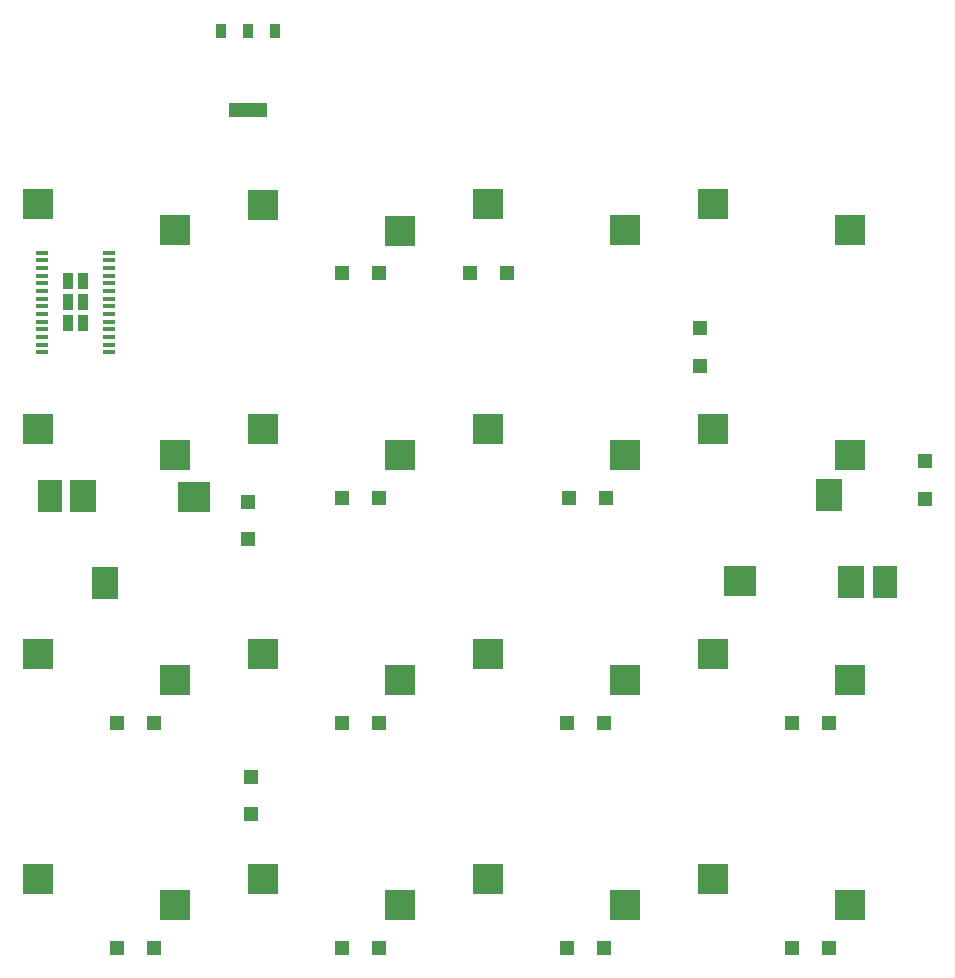
<source format=gbr>
G04 #@! TF.GenerationSoftware,KiCad,Pcbnew,(5.0.0-3-g5ebb6b6)*
G04 #@! TF.CreationDate,2019-04-29T08:54:36-07:00*
G04 #@! TF.ProjectId,arrowPad,6172726F775061642E6B696361645F70,rev?*
G04 #@! TF.SameCoordinates,Original*
G04 #@! TF.FileFunction,Paste,Bot*
G04 #@! TF.FilePolarity,Positive*
%FSLAX46Y46*%
G04 Gerber Fmt 4.6, Leading zero omitted, Abs format (unit mm)*
G04 Created by KiCad (PCBNEW (5.0.0-3-g5ebb6b6)) date Monday, April 29, 2019 at 08:54:36 AM*
%MOMM*%
%LPD*%
G01*
G04 APERTURE LIST*
%ADD10R,1.200000X1.200000*%
%ADD11R,2.600000X2.600000*%
%ADD12R,0.930000X1.310000*%
%ADD13R,3.240000X1.310000*%
%ADD14R,1.100000X0.400000*%
%ADD15R,0.900000X1.400000*%
%ADD16R,2.200000X2.800000*%
%ADD17R,2.800000X2.600000*%
%ADD18R,2.000000X2.800000*%
G04 APERTURE END LIST*
D10*
G04 #@! TO.C,D2*
X151435000Y-74295000D03*
X148285000Y-74295000D03*
G04 #@! TD*
G04 #@! TO.C,D3*
X159080000Y-74295000D03*
X162230000Y-74295000D03*
G04 #@! TD*
G04 #@! TO.C,D4*
X178536600Y-82169200D03*
X178536600Y-79019200D03*
G04 #@! TD*
G04 #@! TO.C,D5*
X140296900Y-93687700D03*
X140296900Y-96837700D03*
G04 #@! TD*
G04 #@! TO.C,D6*
X151435000Y-93345000D03*
X148285000Y-93345000D03*
G04 #@! TD*
G04 #@! TO.C,D7*
X167462000Y-93345000D03*
X170612000Y-93345000D03*
G04 #@! TD*
G04 #@! TO.C,D9*
X129235000Y-112395000D03*
X132385000Y-112395000D03*
G04 #@! TD*
D11*
G04 #@! TO.C,K1*
X122535000Y-68520000D03*
X134085000Y-70720000D03*
G04 #@! TD*
G04 #@! TO.C,K2*
X153135000Y-70764000D03*
X141585000Y-68564000D03*
G04 #@! TD*
G04 #@! TO.C,K3*
X160635000Y-68520000D03*
X172185000Y-70720000D03*
G04 #@! TD*
G04 #@! TO.C,K4*
X191235000Y-70720000D03*
X179685000Y-68520000D03*
G04 #@! TD*
G04 #@! TO.C,K5*
X122535000Y-87570000D03*
X134085000Y-89770000D03*
G04 #@! TD*
G04 #@! TO.C,K6*
X153135000Y-89770000D03*
X141585000Y-87570000D03*
G04 #@! TD*
G04 #@! TO.C,K7*
X160635000Y-87570000D03*
X172185000Y-89770000D03*
G04 #@! TD*
G04 #@! TO.C,K8*
X191235000Y-89770000D03*
X179685000Y-87570000D03*
G04 #@! TD*
G04 #@! TO.C,K9*
X122535000Y-106620000D03*
X134085000Y-108820000D03*
G04 #@! TD*
D12*
G04 #@! TO.C,U4*
X142625000Y-53805000D03*
X140335000Y-53805000D03*
X138045000Y-53805000D03*
D13*
X140335000Y-60495000D03*
G04 #@! TD*
D10*
G04 #@! TO.C,D10*
X148285000Y-112395000D03*
X151435000Y-112395000D03*
G04 #@! TD*
G04 #@! TO.C,D11*
X170485000Y-112395000D03*
X167335000Y-112395000D03*
G04 #@! TD*
G04 #@! TO.C,D12*
X186385000Y-112395000D03*
X189535000Y-112395000D03*
G04 #@! TD*
G04 #@! TO.C,D13*
X132385000Y-131445000D03*
X129235000Y-131445000D03*
G04 #@! TD*
G04 #@! TO.C,D14*
X148285000Y-131445000D03*
X151435000Y-131445000D03*
G04 #@! TD*
G04 #@! TO.C,D15*
X170485000Y-131445000D03*
X167335000Y-131445000D03*
G04 #@! TD*
G04 #@! TO.C,D16*
X186385000Y-131445000D03*
X189535000Y-131445000D03*
G04 #@! TD*
D11*
G04 #@! TO.C,K10*
X153135000Y-108820000D03*
X141585000Y-106620000D03*
G04 #@! TD*
G04 #@! TO.C,K11*
X160635000Y-106620000D03*
X172185000Y-108820000D03*
G04 #@! TD*
G04 #@! TO.C,K12*
X179685000Y-106620000D03*
X191235000Y-108820000D03*
G04 #@! TD*
G04 #@! TO.C,K13*
X134085000Y-127870000D03*
X122535000Y-125670000D03*
G04 #@! TD*
G04 #@! TO.C,K14*
X141585000Y-125670000D03*
X153135000Y-127870000D03*
G04 #@! TD*
G04 #@! TO.C,K15*
X172185000Y-127870000D03*
X160635000Y-125670000D03*
G04 #@! TD*
G04 #@! TO.C,K16*
X179685000Y-125670000D03*
X191235000Y-127870000D03*
G04 #@! TD*
D10*
G04 #@! TO.C,R1*
X197662800Y-93434100D03*
X197662800Y-90284100D03*
G04 #@! TD*
G04 #@! TO.C,R2*
X140550900Y-120167600D03*
X140550900Y-117017600D03*
G04 #@! TD*
D14*
G04 #@! TO.C,U7*
X122854600Y-81047300D03*
X122854600Y-80397300D03*
X122854600Y-79747300D03*
X122854600Y-79097300D03*
X122854600Y-78447300D03*
X122854600Y-77797300D03*
X122854600Y-77147300D03*
X122854600Y-76497300D03*
X122854600Y-75847300D03*
X122854600Y-75197300D03*
X122854600Y-74547300D03*
X122854600Y-73897300D03*
X122854600Y-73247300D03*
X122854600Y-72597300D03*
X128554600Y-72597300D03*
X128554600Y-73247300D03*
X128554600Y-73897300D03*
X128554600Y-74547300D03*
X128554600Y-75197300D03*
X128554600Y-75847300D03*
X128554600Y-76497300D03*
X128554600Y-77147300D03*
X128554600Y-77797300D03*
X128554600Y-78447300D03*
X128554600Y-79097300D03*
X128554600Y-79747300D03*
X128554600Y-80397300D03*
X128554600Y-81047300D03*
D15*
X125104600Y-78602300D03*
X126304600Y-78602300D03*
X126304600Y-76822300D03*
X125104600Y-76822300D03*
X126304600Y-75042300D03*
X125104600Y-75042300D03*
G04 #@! TD*
D16*
G04 #@! TO.C,J1*
X191401700Y-100482400D03*
X189501700Y-93082400D03*
D17*
X182001700Y-100382400D03*
D18*
X194201700Y-100482400D03*
G04 #@! TD*
G04 #@! TO.C,J2*
X123504100Y-93188300D03*
D17*
X135704100Y-93288300D03*
D16*
X128204100Y-100588300D03*
X126304100Y-93188300D03*
G04 #@! TD*
M02*

</source>
